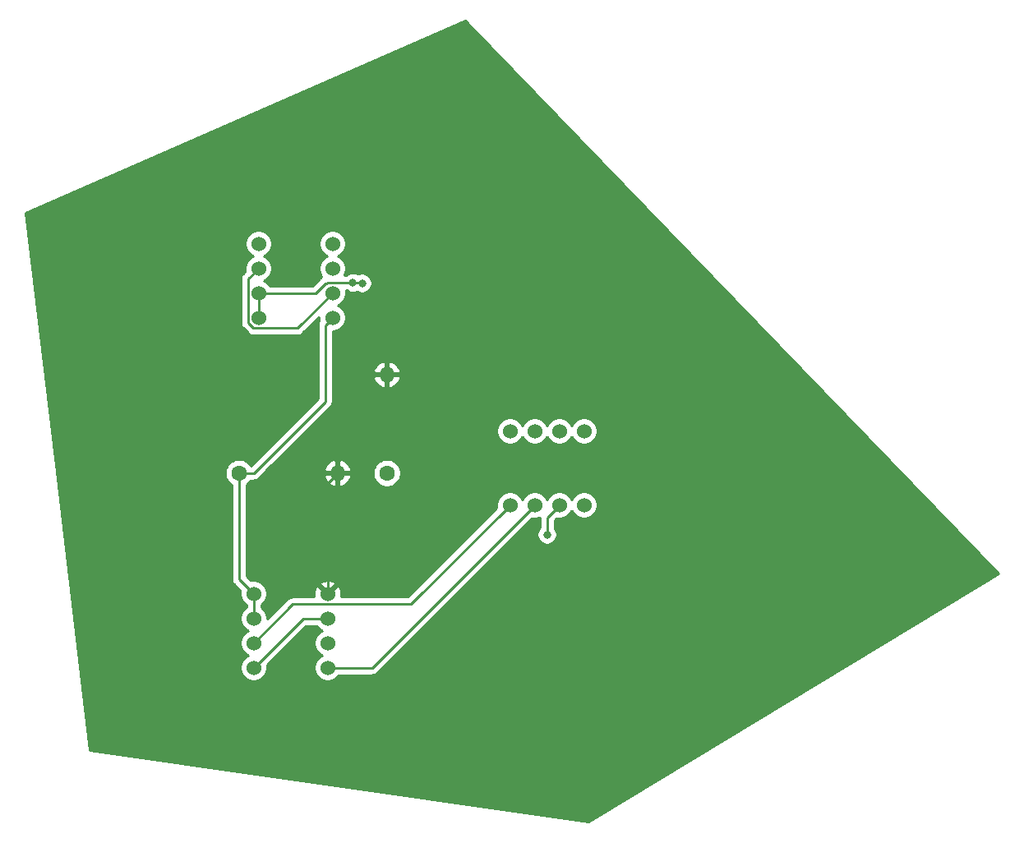
<source format=gbr>
%TF.GenerationSoftware,KiCad,Pcbnew,(5.1.9)-1*%
%TF.CreationDate,2021-10-21T19:00:56-05:00*%
%TF.ProjectId,tutorial2,7475746f-7269-4616-9c32-2e6b69636164,rev?*%
%TF.SameCoordinates,Original*%
%TF.FileFunction,Copper,L2,Bot*%
%TF.FilePolarity,Positive*%
%FSLAX46Y46*%
G04 Gerber Fmt 4.6, Leading zero omitted, Abs format (unit mm)*
G04 Created by KiCad (PCBNEW (5.1.9)-1) date 2021-10-21 19:00:56*
%MOMM*%
%LPD*%
G01*
G04 APERTURE LIST*
%TA.AperFunction,ComponentPad*%
%ADD10C,1.524000*%
%TD*%
%TA.AperFunction,ComponentPad*%
%ADD11O,1.600000X1.600000*%
%TD*%
%TA.AperFunction,ComponentPad*%
%ADD12C,1.600000*%
%TD*%
%TA.AperFunction,ViaPad*%
%ADD13C,0.800000*%
%TD*%
%TA.AperFunction,Conductor*%
%ADD14C,0.250000*%
%TD*%
%TA.AperFunction,Conductor*%
%ADD15C,0.254000*%
%TD*%
%TA.AperFunction,Conductor*%
%ADD16C,0.100000*%
%TD*%
G04 APERTURE END LIST*
D10*
%TO.P,U3,8*%
%TO.N,Net-(U2-Pad7)*%
X144780000Y-88646000D03*
%TO.P,U3,7*%
%TO.N,4*%
X142240000Y-88646000D03*
%TO.P,U3,6*%
%TO.N,1*%
X139700000Y-88646000D03*
%TO.P,U3,5*%
%TO.N,Net-(U2-Pad7)*%
X137160000Y-88646000D03*
%TO.P,U3,4*%
%TO.N,Net-(R1-Pad1)*%
X137160000Y-81026000D03*
%TO.P,U3,3*%
%TO.N,Net-(U1-Pad7)*%
X139700000Y-81026000D03*
%TO.P,U3,2*%
%TO.N,Net-(U1-Pad1)*%
X142240000Y-81026000D03*
%TO.P,U3,1*%
%TO.N,Net-(U1-Pad2)*%
X144780000Y-81026000D03*
%TD*%
%TO.P,U2,8*%
%TO.N,Net-(U2-Pad3)*%
X110744000Y-105410000D03*
%TO.P,U2,7*%
%TO.N,Net-(U2-Pad7)*%
X110744000Y-102870000D03*
%TO.P,U2,6*%
%TO.N,Net-(R1-Pad1)*%
X110744000Y-100330000D03*
%TO.P,U2,5*%
X110744000Y-97790000D03*
%TO.P,U2,4*%
%TO.N,GND*%
X118364000Y-97790000D03*
%TO.P,U2,3*%
%TO.N,Net-(U2-Pad3)*%
X118364000Y-100330000D03*
%TO.P,U2,2*%
%TO.N,4*%
X118364000Y-102870000D03*
%TO.P,U2,1*%
%TO.N,1*%
X118364000Y-105410000D03*
%TD*%
%TO.P,U1,8*%
%TO.N,Net-(U1-Pad1)*%
X118872000Y-61722000D03*
%TO.P,U1,7*%
%TO.N,Net-(U1-Pad7)*%
X118872000Y-64262000D03*
%TO.P,U1,6*%
%TO.N,Net-(U1-Pad2)*%
X118872000Y-66802000D03*
%TO.P,U1,5*%
%TO.N,Net-(R1-Pad1)*%
X118872000Y-69342000D03*
%TO.P,U1,4*%
X111252000Y-69342000D03*
%TO.P,U1,3*%
X111252000Y-66802000D03*
%TO.P,U1,2*%
%TO.N,Net-(U1-Pad2)*%
X111252000Y-64262000D03*
%TO.P,U1,1*%
%TO.N,Net-(U1-Pad1)*%
X111252000Y-61722000D03*
%TD*%
D11*
%TO.P,R2,2*%
%TO.N,GND*%
X124460000Y-75184000D03*
D12*
%TO.P,R2,1*%
%TO.N,Net-(R1-Pad1)*%
X124460000Y-85344000D03*
%TD*%
D11*
%TO.P,R1,2*%
%TO.N,GND*%
X119380000Y-85344000D03*
D12*
%TO.P,R1,1*%
%TO.N,Net-(R1-Pad1)*%
X109220000Y-85344000D03*
%TD*%
D13*
%TO.N,Net-(R1-Pad1)*%
X121920000Y-65786000D03*
X120975001Y-65714999D03*
%TO.N,4*%
X140970000Y-91694000D03*
%TD*%
D14*
%TO.N,GND*%
X118364000Y-86360000D02*
X119380000Y-85344000D01*
X118364000Y-97790000D02*
X118364000Y-86360000D01*
%TO.N,Net-(R1-Pad1)*%
X109220000Y-96266000D02*
X110744000Y-97790000D01*
X109220000Y-85344000D02*
X109220000Y-96266000D01*
X110744000Y-100330000D02*
X110744000Y-97790000D01*
X109220000Y-85344000D02*
X110744000Y-85344000D01*
X118110001Y-70103999D02*
X118872000Y-69342000D01*
X118110000Y-77978000D02*
X118110001Y-70103999D01*
X110744000Y-85344000D02*
X118110000Y-77978000D01*
X111252000Y-66802000D02*
X111252000Y-69342000D01*
X111252000Y-66802000D02*
X117094000Y-66802000D01*
X117094000Y-66802000D02*
X118110000Y-65786000D01*
X118279238Y-65786000D02*
X118350239Y-65714999D01*
X118110000Y-65786000D02*
X118279238Y-65786000D01*
X118350239Y-65714999D02*
X120975001Y-65714999D01*
X120975001Y-65714999D02*
X121848999Y-65714999D01*
%TO.N,Net-(U1-Pad2)*%
X115244999Y-70429001D02*
X118872000Y-66802000D01*
X110730239Y-70429001D02*
X115244999Y-70429001D01*
X110164999Y-69863761D02*
X110730239Y-70429001D01*
X110164999Y-65349001D02*
X110164999Y-69863761D01*
X111252000Y-64262000D02*
X110164999Y-65349001D01*
%TO.N,Net-(U2-Pad3)*%
X115824000Y-100330000D02*
X110744000Y-105410000D01*
X118364000Y-100330000D02*
X115824000Y-100330000D01*
%TO.N,Net-(U2-Pad7)*%
X114736999Y-98877001D02*
X110744000Y-102870000D01*
X126928999Y-98877001D02*
X114736999Y-98877001D01*
X137160000Y-88646000D02*
X126928999Y-98877001D01*
%TO.N,4*%
X140970000Y-89916000D02*
X142240000Y-88646000D01*
X140970000Y-91694000D02*
X140970000Y-89916000D01*
%TO.N,1*%
X122936000Y-105410000D02*
X118364000Y-105410000D01*
X139700000Y-88646000D02*
X122936000Y-105410000D01*
%TD*%
D15*
%TO.N,GND*%
X187504152Y-95731656D02*
X145261076Y-121279864D01*
X93840604Y-113934082D01*
X90429569Y-85202665D01*
X107785000Y-85202665D01*
X107785000Y-85485335D01*
X107840147Y-85762574D01*
X107948320Y-86023727D01*
X108105363Y-86258759D01*
X108305241Y-86458637D01*
X108460000Y-86562043D01*
X108460001Y-96228668D01*
X108456324Y-96266000D01*
X108460001Y-96303333D01*
X108470998Y-96414986D01*
X108475273Y-96429078D01*
X108514454Y-96558246D01*
X108585026Y-96690276D01*
X108656201Y-96777002D01*
X108680000Y-96806001D01*
X108708998Y-96829799D01*
X109377628Y-97498430D01*
X109347000Y-97652408D01*
X109347000Y-97927592D01*
X109400686Y-98197490D01*
X109505995Y-98451727D01*
X109658880Y-98680535D01*
X109853465Y-98875120D01*
X109984001Y-98962341D01*
X109984000Y-99157659D01*
X109853465Y-99244880D01*
X109658880Y-99439465D01*
X109505995Y-99668273D01*
X109400686Y-99922510D01*
X109347000Y-100192408D01*
X109347000Y-100467592D01*
X109400686Y-100737490D01*
X109505995Y-100991727D01*
X109658880Y-101220535D01*
X109853465Y-101415120D01*
X110082273Y-101568005D01*
X110159515Y-101600000D01*
X110082273Y-101631995D01*
X109853465Y-101784880D01*
X109658880Y-101979465D01*
X109505995Y-102208273D01*
X109400686Y-102462510D01*
X109347000Y-102732408D01*
X109347000Y-103007592D01*
X109400686Y-103277490D01*
X109505995Y-103531727D01*
X109658880Y-103760535D01*
X109853465Y-103955120D01*
X110082273Y-104108005D01*
X110159515Y-104140000D01*
X110082273Y-104171995D01*
X109853465Y-104324880D01*
X109658880Y-104519465D01*
X109505995Y-104748273D01*
X109400686Y-105002510D01*
X109347000Y-105272408D01*
X109347000Y-105547592D01*
X109400686Y-105817490D01*
X109505995Y-106071727D01*
X109658880Y-106300535D01*
X109853465Y-106495120D01*
X110082273Y-106648005D01*
X110336510Y-106753314D01*
X110606408Y-106807000D01*
X110881592Y-106807000D01*
X111151490Y-106753314D01*
X111405727Y-106648005D01*
X111634535Y-106495120D01*
X111829120Y-106300535D01*
X111982005Y-106071727D01*
X112087314Y-105817490D01*
X112141000Y-105547592D01*
X112141000Y-105272408D01*
X112110372Y-105118429D01*
X116138802Y-101090000D01*
X117191659Y-101090000D01*
X117278880Y-101220535D01*
X117473465Y-101415120D01*
X117702273Y-101568005D01*
X117779515Y-101600000D01*
X117702273Y-101631995D01*
X117473465Y-101784880D01*
X117278880Y-101979465D01*
X117125995Y-102208273D01*
X117020686Y-102462510D01*
X116967000Y-102732408D01*
X116967000Y-103007592D01*
X117020686Y-103277490D01*
X117125995Y-103531727D01*
X117278880Y-103760535D01*
X117473465Y-103955120D01*
X117702273Y-104108005D01*
X117779515Y-104140000D01*
X117702273Y-104171995D01*
X117473465Y-104324880D01*
X117278880Y-104519465D01*
X117125995Y-104748273D01*
X117020686Y-105002510D01*
X116967000Y-105272408D01*
X116967000Y-105547592D01*
X117020686Y-105817490D01*
X117125995Y-106071727D01*
X117278880Y-106300535D01*
X117473465Y-106495120D01*
X117702273Y-106648005D01*
X117956510Y-106753314D01*
X118226408Y-106807000D01*
X118501592Y-106807000D01*
X118771490Y-106753314D01*
X119025727Y-106648005D01*
X119254535Y-106495120D01*
X119449120Y-106300535D01*
X119536341Y-106170000D01*
X122898678Y-106170000D01*
X122936000Y-106173676D01*
X122973322Y-106170000D01*
X122973333Y-106170000D01*
X123084986Y-106159003D01*
X123228247Y-106115546D01*
X123360276Y-106044974D01*
X123476001Y-105950001D01*
X123499804Y-105920997D01*
X139408430Y-90012372D01*
X139562408Y-90043000D01*
X139837592Y-90043000D01*
X140107490Y-89989314D01*
X140209388Y-89947106D01*
X140210001Y-89953332D01*
X140210000Y-90990289D01*
X140166063Y-91034226D01*
X140052795Y-91203744D01*
X139974774Y-91392102D01*
X139935000Y-91592061D01*
X139935000Y-91795939D01*
X139974774Y-91995898D01*
X140052795Y-92184256D01*
X140166063Y-92353774D01*
X140310226Y-92497937D01*
X140479744Y-92611205D01*
X140668102Y-92689226D01*
X140868061Y-92729000D01*
X141071939Y-92729000D01*
X141271898Y-92689226D01*
X141460256Y-92611205D01*
X141629774Y-92497937D01*
X141773937Y-92353774D01*
X141887205Y-92184256D01*
X141965226Y-91995898D01*
X142005000Y-91795939D01*
X142005000Y-91592061D01*
X141965226Y-91392102D01*
X141887205Y-91203744D01*
X141773937Y-91034226D01*
X141730000Y-90990289D01*
X141730000Y-90230801D01*
X141948430Y-90012372D01*
X142102408Y-90043000D01*
X142377592Y-90043000D01*
X142647490Y-89989314D01*
X142901727Y-89884005D01*
X143130535Y-89731120D01*
X143325120Y-89536535D01*
X143478005Y-89307727D01*
X143510000Y-89230485D01*
X143541995Y-89307727D01*
X143694880Y-89536535D01*
X143889465Y-89731120D01*
X144118273Y-89884005D01*
X144372510Y-89989314D01*
X144642408Y-90043000D01*
X144917592Y-90043000D01*
X145187490Y-89989314D01*
X145441727Y-89884005D01*
X145670535Y-89731120D01*
X145865120Y-89536535D01*
X146018005Y-89307727D01*
X146123314Y-89053490D01*
X146177000Y-88783592D01*
X146177000Y-88508408D01*
X146123314Y-88238510D01*
X146018005Y-87984273D01*
X145865120Y-87755465D01*
X145670535Y-87560880D01*
X145441727Y-87407995D01*
X145187490Y-87302686D01*
X144917592Y-87249000D01*
X144642408Y-87249000D01*
X144372510Y-87302686D01*
X144118273Y-87407995D01*
X143889465Y-87560880D01*
X143694880Y-87755465D01*
X143541995Y-87984273D01*
X143510000Y-88061515D01*
X143478005Y-87984273D01*
X143325120Y-87755465D01*
X143130535Y-87560880D01*
X142901727Y-87407995D01*
X142647490Y-87302686D01*
X142377592Y-87249000D01*
X142102408Y-87249000D01*
X141832510Y-87302686D01*
X141578273Y-87407995D01*
X141349465Y-87560880D01*
X141154880Y-87755465D01*
X141001995Y-87984273D01*
X140970000Y-88061515D01*
X140938005Y-87984273D01*
X140785120Y-87755465D01*
X140590535Y-87560880D01*
X140361727Y-87407995D01*
X140107490Y-87302686D01*
X139837592Y-87249000D01*
X139562408Y-87249000D01*
X139292510Y-87302686D01*
X139038273Y-87407995D01*
X138809465Y-87560880D01*
X138614880Y-87755465D01*
X138461995Y-87984273D01*
X138430000Y-88061515D01*
X138398005Y-87984273D01*
X138245120Y-87755465D01*
X138050535Y-87560880D01*
X137821727Y-87407995D01*
X137567490Y-87302686D01*
X137297592Y-87249000D01*
X137022408Y-87249000D01*
X136752510Y-87302686D01*
X136498273Y-87407995D01*
X136269465Y-87560880D01*
X136074880Y-87755465D01*
X135921995Y-87984273D01*
X135816686Y-88238510D01*
X135763000Y-88508408D01*
X135763000Y-88783592D01*
X135793628Y-88937570D01*
X126614198Y-98117001D01*
X119722224Y-98117001D01*
X119753023Y-97992865D01*
X119765910Y-97717983D01*
X119724922Y-97445867D01*
X119631636Y-97186977D01*
X119569656Y-97071020D01*
X119329565Y-97004040D01*
X118543605Y-97790000D01*
X118557748Y-97804143D01*
X118378143Y-97983748D01*
X118364000Y-97969605D01*
X118349858Y-97983748D01*
X118170253Y-97804143D01*
X118184395Y-97790000D01*
X117398435Y-97004040D01*
X117158344Y-97071020D01*
X117041244Y-97320048D01*
X116974977Y-97587135D01*
X116962090Y-97862017D01*
X117000497Y-98117001D01*
X114774321Y-98117001D01*
X114736998Y-98113325D01*
X114699675Y-98117001D01*
X114699666Y-98117001D01*
X114588013Y-98127998D01*
X114444752Y-98171455D01*
X114312723Y-98242027D01*
X114196998Y-98337000D01*
X114173200Y-98365998D01*
X112141000Y-100398199D01*
X112141000Y-100192408D01*
X112087314Y-99922510D01*
X111982005Y-99668273D01*
X111829120Y-99439465D01*
X111634535Y-99244880D01*
X111504000Y-99157659D01*
X111504000Y-98962341D01*
X111634535Y-98875120D01*
X111829120Y-98680535D01*
X111982005Y-98451727D01*
X112087314Y-98197490D01*
X112141000Y-97927592D01*
X112141000Y-97652408D01*
X112087314Y-97382510D01*
X111982005Y-97128273D01*
X111829120Y-96899465D01*
X111754090Y-96824435D01*
X117578040Y-96824435D01*
X118364000Y-97610395D01*
X119149960Y-96824435D01*
X119082980Y-96584344D01*
X118833952Y-96467244D01*
X118566865Y-96400977D01*
X118291983Y-96388090D01*
X118019867Y-96429078D01*
X117760977Y-96522364D01*
X117645020Y-96584344D01*
X117578040Y-96824435D01*
X111754090Y-96824435D01*
X111634535Y-96704880D01*
X111405727Y-96551995D01*
X111151490Y-96446686D01*
X110881592Y-96393000D01*
X110606408Y-96393000D01*
X110452430Y-96423628D01*
X109980000Y-95951199D01*
X109980000Y-86562043D01*
X110134759Y-86458637D01*
X110334637Y-86258759D01*
X110438043Y-86104000D01*
X110706678Y-86104000D01*
X110744000Y-86107676D01*
X110781322Y-86104000D01*
X110781333Y-86104000D01*
X110892986Y-86093003D01*
X111036247Y-86049546D01*
X111168276Y-85978974D01*
X111284001Y-85884001D01*
X111307804Y-85854997D01*
X111469762Y-85693039D01*
X117988096Y-85693039D01*
X118028754Y-85827087D01*
X118148963Y-86081420D01*
X118316481Y-86307414D01*
X118524869Y-86496385D01*
X118766119Y-86641070D01*
X119030960Y-86735909D01*
X119253000Y-86614624D01*
X119253000Y-85471000D01*
X119507000Y-85471000D01*
X119507000Y-86614624D01*
X119729040Y-86735909D01*
X119993881Y-86641070D01*
X120235131Y-86496385D01*
X120443519Y-86307414D01*
X120611037Y-86081420D01*
X120731246Y-85827087D01*
X120771904Y-85693039D01*
X120649915Y-85471000D01*
X119507000Y-85471000D01*
X119253000Y-85471000D01*
X118110085Y-85471000D01*
X117988096Y-85693039D01*
X111469762Y-85693039D01*
X112167840Y-84994961D01*
X117988096Y-84994961D01*
X118110085Y-85217000D01*
X119253000Y-85217000D01*
X119253000Y-84073376D01*
X119507000Y-84073376D01*
X119507000Y-85217000D01*
X120649915Y-85217000D01*
X120657790Y-85202665D01*
X123025000Y-85202665D01*
X123025000Y-85485335D01*
X123080147Y-85762574D01*
X123188320Y-86023727D01*
X123345363Y-86258759D01*
X123545241Y-86458637D01*
X123780273Y-86615680D01*
X124041426Y-86723853D01*
X124318665Y-86779000D01*
X124601335Y-86779000D01*
X124878574Y-86723853D01*
X125139727Y-86615680D01*
X125374759Y-86458637D01*
X125574637Y-86258759D01*
X125731680Y-86023727D01*
X125839853Y-85762574D01*
X125895000Y-85485335D01*
X125895000Y-85202665D01*
X125839853Y-84925426D01*
X125731680Y-84664273D01*
X125574637Y-84429241D01*
X125374759Y-84229363D01*
X125139727Y-84072320D01*
X124878574Y-83964147D01*
X124601335Y-83909000D01*
X124318665Y-83909000D01*
X124041426Y-83964147D01*
X123780273Y-84072320D01*
X123545241Y-84229363D01*
X123345363Y-84429241D01*
X123188320Y-84664273D01*
X123080147Y-84925426D01*
X123025000Y-85202665D01*
X120657790Y-85202665D01*
X120771904Y-84994961D01*
X120731246Y-84860913D01*
X120611037Y-84606580D01*
X120443519Y-84380586D01*
X120235131Y-84191615D01*
X119993881Y-84046930D01*
X119729040Y-83952091D01*
X119507000Y-84073376D01*
X119253000Y-84073376D01*
X119030960Y-83952091D01*
X118766119Y-84046930D01*
X118524869Y-84191615D01*
X118316481Y-84380586D01*
X118148963Y-84606580D01*
X118028754Y-84860913D01*
X117988096Y-84994961D01*
X112167840Y-84994961D01*
X116274393Y-80888408D01*
X135763000Y-80888408D01*
X135763000Y-81163592D01*
X135816686Y-81433490D01*
X135921995Y-81687727D01*
X136074880Y-81916535D01*
X136269465Y-82111120D01*
X136498273Y-82264005D01*
X136752510Y-82369314D01*
X137022408Y-82423000D01*
X137297592Y-82423000D01*
X137567490Y-82369314D01*
X137821727Y-82264005D01*
X138050535Y-82111120D01*
X138245120Y-81916535D01*
X138398005Y-81687727D01*
X138430000Y-81610485D01*
X138461995Y-81687727D01*
X138614880Y-81916535D01*
X138809465Y-82111120D01*
X139038273Y-82264005D01*
X139292510Y-82369314D01*
X139562408Y-82423000D01*
X139837592Y-82423000D01*
X140107490Y-82369314D01*
X140361727Y-82264005D01*
X140590535Y-82111120D01*
X140785120Y-81916535D01*
X140938005Y-81687727D01*
X140970000Y-81610485D01*
X141001995Y-81687727D01*
X141154880Y-81916535D01*
X141349465Y-82111120D01*
X141578273Y-82264005D01*
X141832510Y-82369314D01*
X142102408Y-82423000D01*
X142377592Y-82423000D01*
X142647490Y-82369314D01*
X142901727Y-82264005D01*
X143130535Y-82111120D01*
X143325120Y-81916535D01*
X143478005Y-81687727D01*
X143510000Y-81610485D01*
X143541995Y-81687727D01*
X143694880Y-81916535D01*
X143889465Y-82111120D01*
X144118273Y-82264005D01*
X144372510Y-82369314D01*
X144642408Y-82423000D01*
X144917592Y-82423000D01*
X145187490Y-82369314D01*
X145441727Y-82264005D01*
X145670535Y-82111120D01*
X145865120Y-81916535D01*
X146018005Y-81687727D01*
X146123314Y-81433490D01*
X146177000Y-81163592D01*
X146177000Y-80888408D01*
X146123314Y-80618510D01*
X146018005Y-80364273D01*
X145865120Y-80135465D01*
X145670535Y-79940880D01*
X145441727Y-79787995D01*
X145187490Y-79682686D01*
X144917592Y-79629000D01*
X144642408Y-79629000D01*
X144372510Y-79682686D01*
X144118273Y-79787995D01*
X143889465Y-79940880D01*
X143694880Y-80135465D01*
X143541995Y-80364273D01*
X143510000Y-80441515D01*
X143478005Y-80364273D01*
X143325120Y-80135465D01*
X143130535Y-79940880D01*
X142901727Y-79787995D01*
X142647490Y-79682686D01*
X142377592Y-79629000D01*
X142102408Y-79629000D01*
X141832510Y-79682686D01*
X141578273Y-79787995D01*
X141349465Y-79940880D01*
X141154880Y-80135465D01*
X141001995Y-80364273D01*
X140970000Y-80441515D01*
X140938005Y-80364273D01*
X140785120Y-80135465D01*
X140590535Y-79940880D01*
X140361727Y-79787995D01*
X140107490Y-79682686D01*
X139837592Y-79629000D01*
X139562408Y-79629000D01*
X139292510Y-79682686D01*
X139038273Y-79787995D01*
X138809465Y-79940880D01*
X138614880Y-80135465D01*
X138461995Y-80364273D01*
X138430000Y-80441515D01*
X138398005Y-80364273D01*
X138245120Y-80135465D01*
X138050535Y-79940880D01*
X137821727Y-79787995D01*
X137567490Y-79682686D01*
X137297592Y-79629000D01*
X137022408Y-79629000D01*
X136752510Y-79682686D01*
X136498273Y-79787995D01*
X136269465Y-79940880D01*
X136074880Y-80135465D01*
X135921995Y-80364273D01*
X135816686Y-80618510D01*
X135763000Y-80888408D01*
X116274393Y-80888408D01*
X118621007Y-78541795D01*
X118650000Y-78518001D01*
X118673794Y-78489008D01*
X118673799Y-78489003D01*
X118744974Y-78402277D01*
X118815546Y-78270247D01*
X118859002Y-78126987D01*
X118873676Y-77978001D01*
X118869999Y-77940668D01*
X118869999Y-75533040D01*
X123068091Y-75533040D01*
X123162930Y-75797881D01*
X123307615Y-76039131D01*
X123496586Y-76247519D01*
X123722580Y-76415037D01*
X123976913Y-76535246D01*
X124110961Y-76575904D01*
X124333000Y-76453915D01*
X124333000Y-75311000D01*
X124587000Y-75311000D01*
X124587000Y-76453915D01*
X124809039Y-76575904D01*
X124943087Y-76535246D01*
X125197420Y-76415037D01*
X125423414Y-76247519D01*
X125612385Y-76039131D01*
X125757070Y-75797881D01*
X125851909Y-75533040D01*
X125730624Y-75311000D01*
X124587000Y-75311000D01*
X124333000Y-75311000D01*
X123189376Y-75311000D01*
X123068091Y-75533040D01*
X118869999Y-75533040D01*
X118869999Y-74834960D01*
X123068091Y-74834960D01*
X123189376Y-75057000D01*
X124333000Y-75057000D01*
X124333000Y-73914085D01*
X124587000Y-73914085D01*
X124587000Y-75057000D01*
X125730624Y-75057000D01*
X125851909Y-74834960D01*
X125757070Y-74570119D01*
X125612385Y-74328869D01*
X125423414Y-74120481D01*
X125197420Y-73952963D01*
X124943087Y-73832754D01*
X124809039Y-73792096D01*
X124587000Y-73914085D01*
X124333000Y-73914085D01*
X124110961Y-73792096D01*
X123976913Y-73832754D01*
X123722580Y-73952963D01*
X123496586Y-74120481D01*
X123307615Y-74328869D01*
X123162930Y-74570119D01*
X123068091Y-74834960D01*
X118869999Y-74834960D01*
X118870001Y-70739000D01*
X119009592Y-70739000D01*
X119279490Y-70685314D01*
X119533727Y-70580005D01*
X119762535Y-70427120D01*
X119957120Y-70232535D01*
X120110005Y-70003727D01*
X120215314Y-69749490D01*
X120269000Y-69479592D01*
X120269000Y-69204408D01*
X120215314Y-68934510D01*
X120110005Y-68680273D01*
X119957120Y-68451465D01*
X119762535Y-68256880D01*
X119533727Y-68103995D01*
X119456485Y-68072000D01*
X119533727Y-68040005D01*
X119762535Y-67887120D01*
X119957120Y-67692535D01*
X120110005Y-67463727D01*
X120215314Y-67209490D01*
X120269000Y-66939592D01*
X120269000Y-66664408D01*
X120231324Y-66474999D01*
X120271290Y-66474999D01*
X120315227Y-66518936D01*
X120484745Y-66632204D01*
X120673103Y-66710225D01*
X120873062Y-66749999D01*
X121076940Y-66749999D01*
X121276899Y-66710225D01*
X121377738Y-66668456D01*
X121429744Y-66703205D01*
X121618102Y-66781226D01*
X121818061Y-66821000D01*
X122021939Y-66821000D01*
X122221898Y-66781226D01*
X122410256Y-66703205D01*
X122579774Y-66589937D01*
X122723937Y-66445774D01*
X122837205Y-66276256D01*
X122915226Y-66087898D01*
X122955000Y-65887939D01*
X122955000Y-65684061D01*
X122915226Y-65484102D01*
X122837205Y-65295744D01*
X122723937Y-65126226D01*
X122579774Y-64982063D01*
X122410256Y-64868795D01*
X122221898Y-64790774D01*
X122021939Y-64751000D01*
X121818061Y-64751000D01*
X121618102Y-64790774D01*
X121517263Y-64832543D01*
X121465257Y-64797794D01*
X121276899Y-64719773D01*
X121076940Y-64679999D01*
X120873062Y-64679999D01*
X120673103Y-64719773D01*
X120484745Y-64797794D01*
X120315227Y-64911062D01*
X120271290Y-64954999D01*
X120089110Y-64954999D01*
X120110005Y-64923727D01*
X120215314Y-64669490D01*
X120269000Y-64399592D01*
X120269000Y-64124408D01*
X120215314Y-63854510D01*
X120110005Y-63600273D01*
X119957120Y-63371465D01*
X119762535Y-63176880D01*
X119533727Y-63023995D01*
X119456485Y-62992000D01*
X119533727Y-62960005D01*
X119762535Y-62807120D01*
X119957120Y-62612535D01*
X120110005Y-62383727D01*
X120215314Y-62129490D01*
X120269000Y-61859592D01*
X120269000Y-61584408D01*
X120215314Y-61314510D01*
X120110005Y-61060273D01*
X119957120Y-60831465D01*
X119762535Y-60636880D01*
X119533727Y-60483995D01*
X119279490Y-60378686D01*
X119009592Y-60325000D01*
X118734408Y-60325000D01*
X118464510Y-60378686D01*
X118210273Y-60483995D01*
X117981465Y-60636880D01*
X117786880Y-60831465D01*
X117633995Y-61060273D01*
X117528686Y-61314510D01*
X117475000Y-61584408D01*
X117475000Y-61859592D01*
X117528686Y-62129490D01*
X117633995Y-62383727D01*
X117786880Y-62612535D01*
X117981465Y-62807120D01*
X118210273Y-62960005D01*
X118287515Y-62992000D01*
X118210273Y-63023995D01*
X117981465Y-63176880D01*
X117786880Y-63371465D01*
X117633995Y-63600273D01*
X117528686Y-63854510D01*
X117475000Y-64124408D01*
X117475000Y-64399592D01*
X117528686Y-64669490D01*
X117633995Y-64923727D01*
X117759516Y-65111582D01*
X117685723Y-65151026D01*
X117626029Y-65200016D01*
X117569999Y-65245999D01*
X117546201Y-65274997D01*
X116779199Y-66042000D01*
X112424341Y-66042000D01*
X112337120Y-65911465D01*
X112142535Y-65716880D01*
X111913727Y-65563995D01*
X111836485Y-65532000D01*
X111913727Y-65500005D01*
X112142535Y-65347120D01*
X112337120Y-65152535D01*
X112490005Y-64923727D01*
X112595314Y-64669490D01*
X112649000Y-64399592D01*
X112649000Y-64124408D01*
X112595314Y-63854510D01*
X112490005Y-63600273D01*
X112337120Y-63371465D01*
X112142535Y-63176880D01*
X111913727Y-63023995D01*
X111836485Y-62992000D01*
X111913727Y-62960005D01*
X112142535Y-62807120D01*
X112337120Y-62612535D01*
X112490005Y-62383727D01*
X112595314Y-62129490D01*
X112649000Y-61859592D01*
X112649000Y-61584408D01*
X112595314Y-61314510D01*
X112490005Y-61060273D01*
X112337120Y-60831465D01*
X112142535Y-60636880D01*
X111913727Y-60483995D01*
X111659490Y-60378686D01*
X111389592Y-60325000D01*
X111114408Y-60325000D01*
X110844510Y-60378686D01*
X110590273Y-60483995D01*
X110361465Y-60636880D01*
X110166880Y-60831465D01*
X110013995Y-61060273D01*
X109908686Y-61314510D01*
X109855000Y-61584408D01*
X109855000Y-61859592D01*
X109908686Y-62129490D01*
X110013995Y-62383727D01*
X110166880Y-62612535D01*
X110361465Y-62807120D01*
X110590273Y-62960005D01*
X110667515Y-62992000D01*
X110590273Y-63023995D01*
X110361465Y-63176880D01*
X110166880Y-63371465D01*
X110013995Y-63600273D01*
X109908686Y-63854510D01*
X109855000Y-64124408D01*
X109855000Y-64399592D01*
X109885628Y-64553571D01*
X109654001Y-64785197D01*
X109624998Y-64809000D01*
X109575926Y-64868795D01*
X109530025Y-64924725D01*
X109507965Y-64965996D01*
X109459453Y-65056755D01*
X109415996Y-65200016D01*
X109404999Y-65311669D01*
X109404999Y-65311679D01*
X109401323Y-65349001D01*
X109404999Y-65386324D01*
X109405000Y-69826429D01*
X109401323Y-69863761D01*
X109415997Y-70012746D01*
X109459453Y-70156007D01*
X109530025Y-70288037D01*
X109601200Y-70374763D01*
X109624999Y-70403762D01*
X109653997Y-70427560D01*
X110166439Y-70940003D01*
X110190238Y-70969002D01*
X110219236Y-70992800D01*
X110305962Y-71063975D01*
X110437992Y-71134547D01*
X110581253Y-71178004D01*
X110692906Y-71189001D01*
X110692915Y-71189001D01*
X110730238Y-71192677D01*
X110767561Y-71189001D01*
X115207677Y-71189001D01*
X115244999Y-71192677D01*
X115282321Y-71189001D01*
X115282332Y-71189001D01*
X115393985Y-71178004D01*
X115537246Y-71134547D01*
X115669275Y-71063975D01*
X115785000Y-70969002D01*
X115808803Y-70939998D01*
X117475000Y-69273801D01*
X117475000Y-69479592D01*
X117507048Y-69640706D01*
X117475027Y-69679723D01*
X117404455Y-69811753D01*
X117360999Y-69955014D01*
X117346325Y-70103999D01*
X117350002Y-70141331D01*
X117350000Y-77663198D01*
X110434501Y-84578698D01*
X110334637Y-84429241D01*
X110134759Y-84229363D01*
X109899727Y-84072320D01*
X109638574Y-83964147D01*
X109361335Y-83909000D01*
X109078665Y-83909000D01*
X108801426Y-83964147D01*
X108540273Y-84072320D01*
X108305241Y-84229363D01*
X108105363Y-84429241D01*
X107948320Y-84664273D01*
X107840147Y-84925426D01*
X107785000Y-85202665D01*
X90429569Y-85202665D01*
X87259239Y-58498731D01*
X132557841Y-38759675D01*
X187504152Y-95731656D01*
%TA.AperFunction,Conductor*%
D16*
G36*
X187504152Y-95731656D02*
G01*
X145261076Y-121279864D01*
X93840604Y-113934082D01*
X90429569Y-85202665D01*
X107785000Y-85202665D01*
X107785000Y-85485335D01*
X107840147Y-85762574D01*
X107948320Y-86023727D01*
X108105363Y-86258759D01*
X108305241Y-86458637D01*
X108460000Y-86562043D01*
X108460001Y-96228668D01*
X108456324Y-96266000D01*
X108460001Y-96303333D01*
X108470998Y-96414986D01*
X108475273Y-96429078D01*
X108514454Y-96558246D01*
X108585026Y-96690276D01*
X108656201Y-96777002D01*
X108680000Y-96806001D01*
X108708998Y-96829799D01*
X109377628Y-97498430D01*
X109347000Y-97652408D01*
X109347000Y-97927592D01*
X109400686Y-98197490D01*
X109505995Y-98451727D01*
X109658880Y-98680535D01*
X109853465Y-98875120D01*
X109984001Y-98962341D01*
X109984000Y-99157659D01*
X109853465Y-99244880D01*
X109658880Y-99439465D01*
X109505995Y-99668273D01*
X109400686Y-99922510D01*
X109347000Y-100192408D01*
X109347000Y-100467592D01*
X109400686Y-100737490D01*
X109505995Y-100991727D01*
X109658880Y-101220535D01*
X109853465Y-101415120D01*
X110082273Y-101568005D01*
X110159515Y-101600000D01*
X110082273Y-101631995D01*
X109853465Y-101784880D01*
X109658880Y-101979465D01*
X109505995Y-102208273D01*
X109400686Y-102462510D01*
X109347000Y-102732408D01*
X109347000Y-103007592D01*
X109400686Y-103277490D01*
X109505995Y-103531727D01*
X109658880Y-103760535D01*
X109853465Y-103955120D01*
X110082273Y-104108005D01*
X110159515Y-104140000D01*
X110082273Y-104171995D01*
X109853465Y-104324880D01*
X109658880Y-104519465D01*
X109505995Y-104748273D01*
X109400686Y-105002510D01*
X109347000Y-105272408D01*
X109347000Y-105547592D01*
X109400686Y-105817490D01*
X109505995Y-106071727D01*
X109658880Y-106300535D01*
X109853465Y-106495120D01*
X110082273Y-106648005D01*
X110336510Y-106753314D01*
X110606408Y-106807000D01*
X110881592Y-106807000D01*
X111151490Y-106753314D01*
X111405727Y-106648005D01*
X111634535Y-106495120D01*
X111829120Y-106300535D01*
X111982005Y-106071727D01*
X112087314Y-105817490D01*
X112141000Y-105547592D01*
X112141000Y-105272408D01*
X112110372Y-105118429D01*
X116138802Y-101090000D01*
X117191659Y-101090000D01*
X117278880Y-101220535D01*
X117473465Y-101415120D01*
X117702273Y-101568005D01*
X117779515Y-101600000D01*
X117702273Y-101631995D01*
X117473465Y-101784880D01*
X117278880Y-101979465D01*
X117125995Y-102208273D01*
X117020686Y-102462510D01*
X116967000Y-102732408D01*
X116967000Y-103007592D01*
X117020686Y-103277490D01*
X117125995Y-103531727D01*
X117278880Y-103760535D01*
X117473465Y-103955120D01*
X117702273Y-104108005D01*
X117779515Y-104140000D01*
X117702273Y-104171995D01*
X117473465Y-104324880D01*
X117278880Y-104519465D01*
X117125995Y-104748273D01*
X117020686Y-105002510D01*
X116967000Y-105272408D01*
X116967000Y-105547592D01*
X117020686Y-105817490D01*
X117125995Y-106071727D01*
X117278880Y-106300535D01*
X117473465Y-106495120D01*
X117702273Y-106648005D01*
X117956510Y-106753314D01*
X118226408Y-106807000D01*
X118501592Y-106807000D01*
X118771490Y-106753314D01*
X119025727Y-106648005D01*
X119254535Y-106495120D01*
X119449120Y-106300535D01*
X119536341Y-106170000D01*
X122898678Y-106170000D01*
X122936000Y-106173676D01*
X122973322Y-106170000D01*
X122973333Y-106170000D01*
X123084986Y-106159003D01*
X123228247Y-106115546D01*
X123360276Y-106044974D01*
X123476001Y-105950001D01*
X123499804Y-105920997D01*
X139408430Y-90012372D01*
X139562408Y-90043000D01*
X139837592Y-90043000D01*
X140107490Y-89989314D01*
X140209388Y-89947106D01*
X140210001Y-89953332D01*
X140210000Y-90990289D01*
X140166063Y-91034226D01*
X140052795Y-91203744D01*
X139974774Y-91392102D01*
X139935000Y-91592061D01*
X139935000Y-91795939D01*
X139974774Y-91995898D01*
X140052795Y-92184256D01*
X140166063Y-92353774D01*
X140310226Y-92497937D01*
X140479744Y-92611205D01*
X140668102Y-92689226D01*
X140868061Y-92729000D01*
X141071939Y-92729000D01*
X141271898Y-92689226D01*
X141460256Y-92611205D01*
X141629774Y-92497937D01*
X141773937Y-92353774D01*
X141887205Y-92184256D01*
X141965226Y-91995898D01*
X142005000Y-91795939D01*
X142005000Y-91592061D01*
X141965226Y-91392102D01*
X141887205Y-91203744D01*
X141773937Y-91034226D01*
X141730000Y-90990289D01*
X141730000Y-90230801D01*
X141948430Y-90012372D01*
X142102408Y-90043000D01*
X142377592Y-90043000D01*
X142647490Y-89989314D01*
X142901727Y-89884005D01*
X143130535Y-89731120D01*
X143325120Y-89536535D01*
X143478005Y-89307727D01*
X143510000Y-89230485D01*
X143541995Y-89307727D01*
X143694880Y-89536535D01*
X143889465Y-89731120D01*
X144118273Y-89884005D01*
X144372510Y-89989314D01*
X144642408Y-90043000D01*
X144917592Y-90043000D01*
X145187490Y-89989314D01*
X145441727Y-89884005D01*
X145670535Y-89731120D01*
X145865120Y-89536535D01*
X146018005Y-89307727D01*
X146123314Y-89053490D01*
X146177000Y-88783592D01*
X146177000Y-88508408D01*
X146123314Y-88238510D01*
X146018005Y-87984273D01*
X145865120Y-87755465D01*
X145670535Y-87560880D01*
X145441727Y-87407995D01*
X145187490Y-87302686D01*
X144917592Y-87249000D01*
X144642408Y-87249000D01*
X144372510Y-87302686D01*
X144118273Y-87407995D01*
X143889465Y-87560880D01*
X143694880Y-87755465D01*
X143541995Y-87984273D01*
X143510000Y-88061515D01*
X143478005Y-87984273D01*
X143325120Y-87755465D01*
X143130535Y-87560880D01*
X142901727Y-87407995D01*
X142647490Y-87302686D01*
X142377592Y-87249000D01*
X142102408Y-87249000D01*
X141832510Y-87302686D01*
X141578273Y-87407995D01*
X141349465Y-87560880D01*
X141154880Y-87755465D01*
X141001995Y-87984273D01*
X140970000Y-88061515D01*
X140938005Y-87984273D01*
X140785120Y-87755465D01*
X140590535Y-87560880D01*
X140361727Y-87407995D01*
X140107490Y-87302686D01*
X139837592Y-87249000D01*
X139562408Y-87249000D01*
X139292510Y-87302686D01*
X139038273Y-87407995D01*
X138809465Y-87560880D01*
X138614880Y-87755465D01*
X138461995Y-87984273D01*
X138430000Y-88061515D01*
X138398005Y-87984273D01*
X138245120Y-87755465D01*
X138050535Y-87560880D01*
X137821727Y-87407995D01*
X137567490Y-87302686D01*
X137297592Y-87249000D01*
X137022408Y-87249000D01*
X136752510Y-87302686D01*
X136498273Y-87407995D01*
X136269465Y-87560880D01*
X136074880Y-87755465D01*
X135921995Y-87984273D01*
X135816686Y-88238510D01*
X135763000Y-88508408D01*
X135763000Y-88783592D01*
X135793628Y-88937570D01*
X126614198Y-98117001D01*
X119722224Y-98117001D01*
X119753023Y-97992865D01*
X119765910Y-97717983D01*
X119724922Y-97445867D01*
X119631636Y-97186977D01*
X119569656Y-97071020D01*
X119329565Y-97004040D01*
X118543605Y-97790000D01*
X118557748Y-97804143D01*
X118378143Y-97983748D01*
X118364000Y-97969605D01*
X118349858Y-97983748D01*
X118170253Y-97804143D01*
X118184395Y-97790000D01*
X117398435Y-97004040D01*
X117158344Y-97071020D01*
X117041244Y-97320048D01*
X116974977Y-97587135D01*
X116962090Y-97862017D01*
X117000497Y-98117001D01*
X114774321Y-98117001D01*
X114736998Y-98113325D01*
X114699675Y-98117001D01*
X114699666Y-98117001D01*
X114588013Y-98127998D01*
X114444752Y-98171455D01*
X114312723Y-98242027D01*
X114196998Y-98337000D01*
X114173200Y-98365998D01*
X112141000Y-100398199D01*
X112141000Y-100192408D01*
X112087314Y-99922510D01*
X111982005Y-99668273D01*
X111829120Y-99439465D01*
X111634535Y-99244880D01*
X111504000Y-99157659D01*
X111504000Y-98962341D01*
X111634535Y-98875120D01*
X111829120Y-98680535D01*
X111982005Y-98451727D01*
X112087314Y-98197490D01*
X112141000Y-97927592D01*
X112141000Y-97652408D01*
X112087314Y-97382510D01*
X111982005Y-97128273D01*
X111829120Y-96899465D01*
X111754090Y-96824435D01*
X117578040Y-96824435D01*
X118364000Y-97610395D01*
X119149960Y-96824435D01*
X119082980Y-96584344D01*
X118833952Y-96467244D01*
X118566865Y-96400977D01*
X118291983Y-96388090D01*
X118019867Y-96429078D01*
X117760977Y-96522364D01*
X117645020Y-96584344D01*
X117578040Y-96824435D01*
X111754090Y-96824435D01*
X111634535Y-96704880D01*
X111405727Y-96551995D01*
X111151490Y-96446686D01*
X110881592Y-96393000D01*
X110606408Y-96393000D01*
X110452430Y-96423628D01*
X109980000Y-95951199D01*
X109980000Y-86562043D01*
X110134759Y-86458637D01*
X110334637Y-86258759D01*
X110438043Y-86104000D01*
X110706678Y-86104000D01*
X110744000Y-86107676D01*
X110781322Y-86104000D01*
X110781333Y-86104000D01*
X110892986Y-86093003D01*
X111036247Y-86049546D01*
X111168276Y-85978974D01*
X111284001Y-85884001D01*
X111307804Y-85854997D01*
X111469762Y-85693039D01*
X117988096Y-85693039D01*
X118028754Y-85827087D01*
X118148963Y-86081420D01*
X118316481Y-86307414D01*
X118524869Y-86496385D01*
X118766119Y-86641070D01*
X119030960Y-86735909D01*
X119253000Y-86614624D01*
X119253000Y-85471000D01*
X119507000Y-85471000D01*
X119507000Y-86614624D01*
X119729040Y-86735909D01*
X119993881Y-86641070D01*
X120235131Y-86496385D01*
X120443519Y-86307414D01*
X120611037Y-86081420D01*
X120731246Y-85827087D01*
X120771904Y-85693039D01*
X120649915Y-85471000D01*
X119507000Y-85471000D01*
X119253000Y-85471000D01*
X118110085Y-85471000D01*
X117988096Y-85693039D01*
X111469762Y-85693039D01*
X112167840Y-84994961D01*
X117988096Y-84994961D01*
X118110085Y-85217000D01*
X119253000Y-85217000D01*
X119253000Y-84073376D01*
X119507000Y-84073376D01*
X119507000Y-85217000D01*
X120649915Y-85217000D01*
X120657790Y-85202665D01*
X123025000Y-85202665D01*
X123025000Y-85485335D01*
X123080147Y-85762574D01*
X123188320Y-86023727D01*
X123345363Y-86258759D01*
X123545241Y-86458637D01*
X123780273Y-86615680D01*
X124041426Y-86723853D01*
X124318665Y-86779000D01*
X124601335Y-86779000D01*
X124878574Y-86723853D01*
X125139727Y-86615680D01*
X125374759Y-86458637D01*
X125574637Y-86258759D01*
X125731680Y-86023727D01*
X125839853Y-85762574D01*
X125895000Y-85485335D01*
X125895000Y-85202665D01*
X125839853Y-84925426D01*
X125731680Y-84664273D01*
X125574637Y-84429241D01*
X125374759Y-84229363D01*
X125139727Y-84072320D01*
X124878574Y-83964147D01*
X124601335Y-83909000D01*
X124318665Y-83909000D01*
X124041426Y-83964147D01*
X123780273Y-84072320D01*
X123545241Y-84229363D01*
X123345363Y-84429241D01*
X123188320Y-84664273D01*
X123080147Y-84925426D01*
X123025000Y-85202665D01*
X120657790Y-85202665D01*
X120771904Y-84994961D01*
X120731246Y-84860913D01*
X120611037Y-84606580D01*
X120443519Y-84380586D01*
X120235131Y-84191615D01*
X119993881Y-84046930D01*
X119729040Y-83952091D01*
X119507000Y-84073376D01*
X119253000Y-84073376D01*
X119030960Y-83952091D01*
X118766119Y-84046930D01*
X118524869Y-84191615D01*
X118316481Y-84380586D01*
X118148963Y-84606580D01*
X118028754Y-84860913D01*
X117988096Y-84994961D01*
X112167840Y-84994961D01*
X116274393Y-80888408D01*
X135763000Y-80888408D01*
X135763000Y-81163592D01*
X135816686Y-81433490D01*
X135921995Y-81687727D01*
X136074880Y-81916535D01*
X136269465Y-82111120D01*
X136498273Y-82264005D01*
X136752510Y-82369314D01*
X137022408Y-82423000D01*
X137297592Y-82423000D01*
X137567490Y-82369314D01*
X137821727Y-82264005D01*
X138050535Y-82111120D01*
X138245120Y-81916535D01*
X138398005Y-81687727D01*
X138430000Y-81610485D01*
X138461995Y-81687727D01*
X138614880Y-81916535D01*
X138809465Y-82111120D01*
X139038273Y-82264005D01*
X139292510Y-82369314D01*
X139562408Y-82423000D01*
X139837592Y-82423000D01*
X140107490Y-82369314D01*
X140361727Y-82264005D01*
X140590535Y-82111120D01*
X140785120Y-81916535D01*
X140938005Y-81687727D01*
X140970000Y-81610485D01*
X141001995Y-81687727D01*
X141154880Y-81916535D01*
X141349465Y-82111120D01*
X141578273Y-82264005D01*
X141832510Y-82369314D01*
X142102408Y-82423000D01*
X142377592Y-82423000D01*
X142647490Y-82369314D01*
X142901727Y-82264005D01*
X143130535Y-82111120D01*
X143325120Y-81916535D01*
X143478005Y-81687727D01*
X143510000Y-81610485D01*
X143541995Y-81687727D01*
X143694880Y-81916535D01*
X143889465Y-82111120D01*
X144118273Y-82264005D01*
X144372510Y-82369314D01*
X144642408Y-82423000D01*
X144917592Y-82423000D01*
X145187490Y-82369314D01*
X145441727Y-82264005D01*
X145670535Y-82111120D01*
X145865120Y-81916535D01*
X146018005Y-81687727D01*
X146123314Y-81433490D01*
X146177000Y-81163592D01*
X146177000Y-80888408D01*
X146123314Y-80618510D01*
X146018005Y-80364273D01*
X145865120Y-80135465D01*
X145670535Y-79940880D01*
X145441727Y-79787995D01*
X145187490Y-79682686D01*
X144917592Y-79629000D01*
X144642408Y-79629000D01*
X144372510Y-79682686D01*
X144118273Y-79787995D01*
X143889465Y-79940880D01*
X143694880Y-80135465D01*
X143541995Y-80364273D01*
X143510000Y-80441515D01*
X143478005Y-80364273D01*
X143325120Y-80135465D01*
X143130535Y-79940880D01*
X142901727Y-79787995D01*
X142647490Y-79682686D01*
X142377592Y-79629000D01*
X142102408Y-79629000D01*
X141832510Y-79682686D01*
X141578273Y-79787995D01*
X141349465Y-79940880D01*
X141154880Y-80135465D01*
X141001995Y-80364273D01*
X140970000Y-80441515D01*
X140938005Y-80364273D01*
X140785120Y-80135465D01*
X140590535Y-79940880D01*
X140361727Y-79787995D01*
X140107490Y-79682686D01*
X139837592Y-79629000D01*
X139562408Y-79629000D01*
X139292510Y-79682686D01*
X139038273Y-79787995D01*
X138809465Y-79940880D01*
X138614880Y-80135465D01*
X138461995Y-80364273D01*
X138430000Y-80441515D01*
X138398005Y-80364273D01*
X138245120Y-80135465D01*
X138050535Y-79940880D01*
X137821727Y-79787995D01*
X137567490Y-79682686D01*
X137297592Y-79629000D01*
X137022408Y-79629000D01*
X136752510Y-79682686D01*
X136498273Y-79787995D01*
X136269465Y-79940880D01*
X136074880Y-80135465D01*
X135921995Y-80364273D01*
X135816686Y-80618510D01*
X135763000Y-80888408D01*
X116274393Y-80888408D01*
X118621007Y-78541795D01*
X118650000Y-78518001D01*
X118673794Y-78489008D01*
X118673799Y-78489003D01*
X118744974Y-78402277D01*
X118815546Y-78270247D01*
X118859002Y-78126987D01*
X118873676Y-77978001D01*
X118869999Y-77940668D01*
X118869999Y-75533040D01*
X123068091Y-75533040D01*
X123162930Y-75797881D01*
X123307615Y-76039131D01*
X123496586Y-76247519D01*
X123722580Y-76415037D01*
X123976913Y-76535246D01*
X124110961Y-76575904D01*
X124333000Y-76453915D01*
X124333000Y-75311000D01*
X124587000Y-75311000D01*
X124587000Y-76453915D01*
X124809039Y-76575904D01*
X124943087Y-76535246D01*
X125197420Y-76415037D01*
X125423414Y-76247519D01*
X125612385Y-76039131D01*
X125757070Y-75797881D01*
X125851909Y-75533040D01*
X125730624Y-75311000D01*
X124587000Y-75311000D01*
X124333000Y-75311000D01*
X123189376Y-75311000D01*
X123068091Y-75533040D01*
X118869999Y-75533040D01*
X118869999Y-74834960D01*
X123068091Y-74834960D01*
X123189376Y-75057000D01*
X124333000Y-75057000D01*
X124333000Y-73914085D01*
X124587000Y-73914085D01*
X124587000Y-75057000D01*
X125730624Y-75057000D01*
X125851909Y-74834960D01*
X125757070Y-74570119D01*
X125612385Y-74328869D01*
X125423414Y-74120481D01*
X125197420Y-73952963D01*
X124943087Y-73832754D01*
X124809039Y-73792096D01*
X124587000Y-73914085D01*
X124333000Y-73914085D01*
X124110961Y-73792096D01*
X123976913Y-73832754D01*
X123722580Y-73952963D01*
X123496586Y-74120481D01*
X123307615Y-74328869D01*
X123162930Y-74570119D01*
X123068091Y-74834960D01*
X118869999Y-74834960D01*
X118870001Y-70739000D01*
X119009592Y-70739000D01*
X119279490Y-70685314D01*
X119533727Y-70580005D01*
X119762535Y-70427120D01*
X119957120Y-70232535D01*
X120110005Y-70003727D01*
X120215314Y-69749490D01*
X120269000Y-69479592D01*
X120269000Y-69204408D01*
X120215314Y-68934510D01*
X120110005Y-68680273D01*
X119957120Y-68451465D01*
X119762535Y-68256880D01*
X119533727Y-68103995D01*
X119456485Y-68072000D01*
X119533727Y-68040005D01*
X119762535Y-67887120D01*
X119957120Y-67692535D01*
X120110005Y-67463727D01*
X120215314Y-67209490D01*
X120269000Y-66939592D01*
X120269000Y-66664408D01*
X120231324Y-66474999D01*
X120271290Y-66474999D01*
X120315227Y-66518936D01*
X120484745Y-66632204D01*
X120673103Y-66710225D01*
X120873062Y-66749999D01*
X121076940Y-66749999D01*
X121276899Y-66710225D01*
X121377738Y-66668456D01*
X121429744Y-66703205D01*
X121618102Y-66781226D01*
X121818061Y-66821000D01*
X122021939Y-66821000D01*
X122221898Y-66781226D01*
X122410256Y-66703205D01*
X122579774Y-66589937D01*
X122723937Y-66445774D01*
X122837205Y-66276256D01*
X122915226Y-66087898D01*
X122955000Y-65887939D01*
X122955000Y-65684061D01*
X122915226Y-65484102D01*
X122837205Y-65295744D01*
X122723937Y-65126226D01*
X122579774Y-64982063D01*
X122410256Y-64868795D01*
X122221898Y-64790774D01*
X122021939Y-64751000D01*
X121818061Y-64751000D01*
X121618102Y-64790774D01*
X121517263Y-64832543D01*
X121465257Y-64797794D01*
X121276899Y-64719773D01*
X121076940Y-64679999D01*
X120873062Y-64679999D01*
X120673103Y-64719773D01*
X120484745Y-64797794D01*
X120315227Y-64911062D01*
X120271290Y-64954999D01*
X120089110Y-64954999D01*
X120110005Y-64923727D01*
X120215314Y-64669490D01*
X120269000Y-64399592D01*
X120269000Y-64124408D01*
X120215314Y-63854510D01*
X120110005Y-63600273D01*
X119957120Y-63371465D01*
X119762535Y-63176880D01*
X119533727Y-63023995D01*
X119456485Y-62992000D01*
X119533727Y-62960005D01*
X119762535Y-62807120D01*
X119957120Y-62612535D01*
X120110005Y-62383727D01*
X120215314Y-62129490D01*
X120269000Y-61859592D01*
X120269000Y-61584408D01*
X120215314Y-61314510D01*
X120110005Y-61060273D01*
X119957120Y-60831465D01*
X119762535Y-60636880D01*
X119533727Y-60483995D01*
X119279490Y-60378686D01*
X119009592Y-60325000D01*
X118734408Y-60325000D01*
X118464510Y-60378686D01*
X118210273Y-60483995D01*
X117981465Y-60636880D01*
X117786880Y-60831465D01*
X117633995Y-61060273D01*
X117528686Y-61314510D01*
X117475000Y-61584408D01*
X117475000Y-61859592D01*
X117528686Y-62129490D01*
X117633995Y-62383727D01*
X117786880Y-62612535D01*
X117981465Y-62807120D01*
X118210273Y-62960005D01*
X118287515Y-62992000D01*
X118210273Y-63023995D01*
X117981465Y-63176880D01*
X117786880Y-63371465D01*
X117633995Y-63600273D01*
X117528686Y-63854510D01*
X117475000Y-64124408D01*
X117475000Y-64399592D01*
X117528686Y-64669490D01*
X117633995Y-64923727D01*
X117759516Y-65111582D01*
X117685723Y-65151026D01*
X117626029Y-65200016D01*
X117569999Y-65245999D01*
X117546201Y-65274997D01*
X116779199Y-66042000D01*
X112424341Y-66042000D01*
X112337120Y-65911465D01*
X112142535Y-65716880D01*
X111913727Y-65563995D01*
X111836485Y-65532000D01*
X111913727Y-65500005D01*
X112142535Y-65347120D01*
X112337120Y-65152535D01*
X112490005Y-64923727D01*
X112595314Y-64669490D01*
X112649000Y-64399592D01*
X112649000Y-64124408D01*
X112595314Y-63854510D01*
X112490005Y-63600273D01*
X112337120Y-63371465D01*
X112142535Y-63176880D01*
X111913727Y-63023995D01*
X111836485Y-62992000D01*
X111913727Y-62960005D01*
X112142535Y-62807120D01*
X112337120Y-62612535D01*
X112490005Y-62383727D01*
X112595314Y-62129490D01*
X112649000Y-61859592D01*
X112649000Y-61584408D01*
X112595314Y-61314510D01*
X112490005Y-61060273D01*
X112337120Y-60831465D01*
X112142535Y-60636880D01*
X111913727Y-60483995D01*
X111659490Y-60378686D01*
X111389592Y-60325000D01*
X111114408Y-60325000D01*
X110844510Y-60378686D01*
X110590273Y-60483995D01*
X110361465Y-60636880D01*
X110166880Y-60831465D01*
X110013995Y-61060273D01*
X109908686Y-61314510D01*
X109855000Y-61584408D01*
X109855000Y-61859592D01*
X109908686Y-62129490D01*
X110013995Y-62383727D01*
X110166880Y-62612535D01*
X110361465Y-62807120D01*
X110590273Y-62960005D01*
X110667515Y-62992000D01*
X110590273Y-63023995D01*
X110361465Y-63176880D01*
X110166880Y-63371465D01*
X110013995Y-63600273D01*
X109908686Y-63854510D01*
X109855000Y-64124408D01*
X109855000Y-64399592D01*
X109885628Y-64553571D01*
X109654001Y-64785197D01*
X109624998Y-64809000D01*
X109575926Y-64868795D01*
X109530025Y-64924725D01*
X109507965Y-64965996D01*
X109459453Y-65056755D01*
X109415996Y-65200016D01*
X109404999Y-65311669D01*
X109404999Y-65311679D01*
X109401323Y-65349001D01*
X109404999Y-65386324D01*
X109405000Y-69826429D01*
X109401323Y-69863761D01*
X109415997Y-70012746D01*
X109459453Y-70156007D01*
X109530025Y-70288037D01*
X109601200Y-70374763D01*
X109624999Y-70403762D01*
X109653997Y-70427560D01*
X110166439Y-70940003D01*
X110190238Y-70969002D01*
X110219236Y-70992800D01*
X110305962Y-71063975D01*
X110437992Y-71134547D01*
X110581253Y-71178004D01*
X110692906Y-71189001D01*
X110692915Y-71189001D01*
X110730238Y-71192677D01*
X110767561Y-71189001D01*
X115207677Y-71189001D01*
X115244999Y-71192677D01*
X115282321Y-71189001D01*
X115282332Y-71189001D01*
X115393985Y-71178004D01*
X115537246Y-71134547D01*
X115669275Y-71063975D01*
X115785000Y-70969002D01*
X115808803Y-70939998D01*
X117475000Y-69273801D01*
X117475000Y-69479592D01*
X117507048Y-69640706D01*
X117475027Y-69679723D01*
X117404455Y-69811753D01*
X117360999Y-69955014D01*
X117346325Y-70103999D01*
X117350002Y-70141331D01*
X117350000Y-77663198D01*
X110434501Y-84578698D01*
X110334637Y-84429241D01*
X110134759Y-84229363D01*
X109899727Y-84072320D01*
X109638574Y-83964147D01*
X109361335Y-83909000D01*
X109078665Y-83909000D01*
X108801426Y-83964147D01*
X108540273Y-84072320D01*
X108305241Y-84229363D01*
X108105363Y-84429241D01*
X107948320Y-84664273D01*
X107840147Y-84925426D01*
X107785000Y-85202665D01*
X90429569Y-85202665D01*
X87259239Y-58498731D01*
X132557841Y-38759675D01*
X187504152Y-95731656D01*
G37*
%TD.AperFunction*%
%TD*%
M02*

</source>
